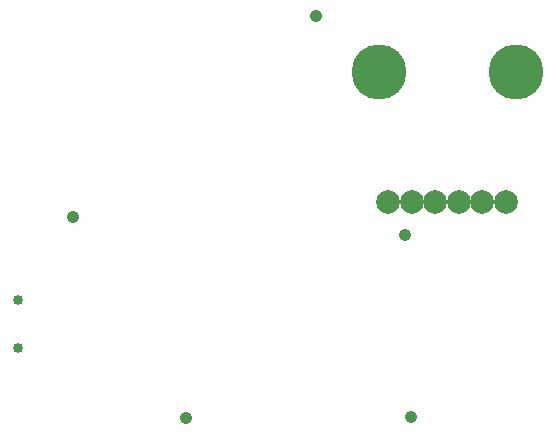
<source format=gbr>
%TF.GenerationSoftware,Altium Limited,Altium Designer,24.10.1 (45)*%
G04 Layer_Color=16711935*
%FSLAX45Y45*%
%MOMM*%
%TF.SameCoordinates,A4C5ECB5-41BF-4DFD-91FD-69217BF74453*%
%TF.FilePolarity,Negative*%
%TF.FileFunction,Soldermask,Bot*%
%TF.Part,Single*%
G01*
G75*
%TA.AperFunction,ComponentPad*%
%ADD39C,0.85320*%
%ADD40C,4.65820*%
%ADD41C,2.00320*%
%TA.AperFunction,ViaPad*%
%ADD42C,1.05320*%
D39*
X3038900Y3495700D02*
D03*
Y3895700D02*
D03*
D40*
X7249100Y5824400D02*
D03*
X6089100D02*
D03*
D41*
X6969100Y4724400D02*
D03*
X6769100D02*
D03*
X6569100D02*
D03*
X7169100D02*
D03*
X6169100D02*
D03*
X6369100D02*
D03*
D42*
X4457700Y2895600D02*
D03*
X3505200Y4597400D02*
D03*
X6362700Y2908300D02*
D03*
X6311900Y4445000D02*
D03*
X5562600Y6299200D02*
D03*
%TF.MD5,9f6a22c35aa97edf41187c418b78aa00*%
M02*

</source>
